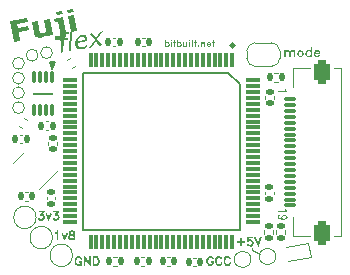
<source format=gbr>
%TF.GenerationSoftware,KiCad,Pcbnew,8.99.0-417-ga763d613e5*%
%TF.CreationDate,2024-04-11T17:26:30-04:00*%
%TF.ProjectId,fujiflex,66756a69-666c-4657-982e-6b696361645f,rev?*%
%TF.SameCoordinates,Original*%
%TF.FileFunction,Legend,Top*%
%TF.FilePolarity,Positive*%
%FSLAX46Y46*%
G04 Gerber Fmt 4.6, Leading zero omitted, Abs format (unit mm)*
G04 Created by KiCad (PCBNEW 8.99.0-417-ga763d613e5) date 2024-04-11 17:26:30*
%MOMM*%
%LPD*%
G01*
G04 APERTURE LIST*
G04 Aperture macros list*
%AMRoundRect*
0 Rectangle with rounded corners*
0 $1 Rounding radius*
0 $2 $3 $4 $5 $6 $7 $8 $9 X,Y pos of 4 corners*
0 Add a 4 corners polygon primitive as box body*
4,1,4,$2,$3,$4,$5,$6,$7,$8,$9,$2,$3,0*
0 Add four circle primitives for the rounded corners*
1,1,$1+$1,$2,$3*
1,1,$1+$1,$4,$5*
1,1,$1+$1,$6,$7*
1,1,$1+$1,$8,$9*
0 Add four rect primitives between the rounded corners*
20,1,$1+$1,$2,$3,$4,$5,0*
20,1,$1+$1,$4,$5,$6,$7,0*
20,1,$1+$1,$6,$7,$8,$9,0*
20,1,$1+$1,$8,$9,$2,$3,0*%
%AMFreePoly0*
4,1,19,0.500000,-0.750000,0.000000,-0.750000,0.000000,-0.744911,-0.071157,-0.744911,-0.207708,-0.704816,-0.327430,-0.627875,-0.420627,-0.520320,-0.479746,-0.390866,-0.500000,-0.250000,-0.500000,0.250000,-0.479746,0.390866,-0.420627,0.520320,-0.327430,0.627875,-0.207708,0.704816,-0.071157,0.744911,0.000000,0.744911,0.000000,0.750000,0.500000,0.750000,0.500000,-0.750000,0.500000,-0.750000,
$1*%
%AMFreePoly1*
4,1,19,0.000000,0.744911,0.071157,0.744911,0.207708,0.704816,0.327430,0.627875,0.420627,0.520320,0.479746,0.390866,0.500000,0.250000,0.500000,-0.250000,0.479746,-0.390866,0.420627,-0.520320,0.327430,-0.627875,0.207708,-0.704816,0.071157,-0.744911,0.000000,-0.744911,0.000000,-0.750000,-0.500000,-0.750000,-0.500000,0.750000,0.000000,0.750000,0.000000,0.744911,0.000000,0.744911,
$1*%
G04 Aperture macros list end*
%ADD10C,0.150000*%
%ADD11C,0.273607*%
%ADD12C,0.120000*%
%ADD13C,0.125000*%
%ADD14C,0.200000*%
%ADD15C,0.350000*%
%ADD16C,0.100000*%
%ADD17C,0.259000*%
%ADD18C,0.010000*%
%ADD19C,0.750000*%
%ADD20RoundRect,0.140000X0.140000X0.170000X-0.140000X0.170000X-0.140000X-0.170000X0.140000X-0.170000X0*%
%ADD21RoundRect,0.120000X-0.030000X-0.617500X0.030000X-0.617500X0.030000X0.617500X-0.030000X0.617500X0*%
%ADD22RoundRect,0.120000X-0.617500X0.030000X-0.617500X-0.030000X0.617500X-0.030000X0.617500X0.030000X0*%
%ADD23RoundRect,0.150000X-0.112992X-0.223009X0.182451X-0.170914X0.112992X0.223009X-0.182451X0.170914X0*%
%ADD24RoundRect,0.140000X0.170000X-0.140000X0.170000X0.140000X-0.170000X0.140000X-0.170000X-0.140000X0*%
%ADD25RoundRect,0.135000X0.135000X0.185000X-0.135000X0.185000X-0.135000X-0.185000X0.135000X-0.185000X0*%
%ADD26RoundRect,0.135000X0.024413X0.227715X-0.209413X0.092715X-0.024413X-0.227715X0.209413X-0.092715X0*%
%ADD27RoundRect,0.150000X0.309359X0.521491X-0.521491X-0.309359X-0.309359X-0.521491X0.521491X0.309359X0*%
%ADD28RoundRect,0.140000X-0.140000X-0.170000X0.140000X-0.170000X0.140000X0.170000X-0.140000X0.170000X0*%
%ADD29C,1.000000*%
%ADD30RoundRect,0.140000X-0.170000X0.140000X-0.170000X-0.140000X0.170000X-0.140000X0.170000X0.140000X0*%
%ADD31RoundRect,0.090000X-0.060000X-0.385000X0.060000X-0.385000X0.060000X0.385000X-0.060000X0.385000X0*%
%ADD32RoundRect,0.075000X-0.750000X0.050000X-0.750000X-0.050000X0.750000X-0.050000X0.750000X0.050000X0*%
%ADD33FreePoly0,0.000000*%
%ADD34FreePoly1,0.000000*%
%ADD35C,1.500000*%
%ADD36RoundRect,0.135000X0.185000X-0.135000X0.185000X0.135000X-0.185000X0.135000X-0.185000X-0.135000X0*%
%ADD37RoundRect,0.135000X-0.209413X-0.092715X0.024413X-0.227715X0.209413X0.092715X-0.024413X0.227715X0*%
%ADD38RoundRect,0.075000X0.425000X-0.075000X0.425000X0.075000X-0.425000X0.075000X-0.425000X-0.075000X0*%
%ADD39RoundRect,0.325000X0.325000X0.675000X-0.325000X0.675000X-0.325000X-0.675000X0.325000X-0.675000X0*%
%ADD40RoundRect,0.135000X-0.135000X-0.185000X0.135000X-0.185000X0.135000X0.185000X-0.135000X0.185000X0*%
G04 APERTURE END LIST*
D10*
X134820000Y-94838700D02*
X134620000Y-94238700D01*
X134820000Y-94638700D02*
X134920000Y-94338700D01*
X135020000Y-94238700D02*
X134820000Y-94838700D01*
D11*
X150202041Y-92800771D02*
G75*
G02*
X149928435Y-92800771I-136803J0D01*
G01*
X149928435Y-92800771D02*
G75*
G02*
X150202041Y-92800771I136803J0D01*
G01*
D10*
X134620000Y-94238700D02*
X135020000Y-94238700D01*
D12*
X151744896Y-110161173D02*
X151744896Y-109961681D01*
D10*
X134720000Y-94338700D02*
X134820000Y-94638700D01*
X134920000Y-94338700D02*
X134720000Y-94338700D01*
D12*
X152375110Y-110451343D02*
X151744896Y-110161173D01*
D13*
G36*
X144416946Y-92330708D02*
G01*
X144425666Y-92336521D01*
X144431650Y-92345240D01*
X144433702Y-92355840D01*
X144433702Y-92539462D01*
X144445498Y-92530401D01*
X144496789Y-92503900D01*
X144508586Y-92503900D01*
X144585352Y-92503900D01*
X144597149Y-92506978D01*
X144655279Y-92537924D01*
X144706399Y-92589898D01*
X144713408Y-92600840D01*
X144738883Y-92678803D01*
X144739909Y-92739839D01*
X144713408Y-92825666D01*
X144706399Y-92836779D01*
X144655279Y-92888754D01*
X144597149Y-92919700D01*
X144585352Y-92919700D01*
X144508586Y-92919700D01*
X144496789Y-92916964D01*
X144445498Y-92892515D01*
X144433702Y-92884138D01*
X144431650Y-92904825D01*
X144425837Y-92913716D01*
X144416946Y-92919700D01*
X144381385Y-92921751D01*
X144370614Y-92919700D01*
X144361723Y-92913716D01*
X144355910Y-92904825D01*
X144353859Y-92894054D01*
X144353859Y-92800875D01*
X144433702Y-92800875D01*
X144515425Y-92843105D01*
X144578513Y-92843105D01*
X144619888Y-92821563D01*
X144637498Y-92802927D01*
X144659211Y-92734026D01*
X144659211Y-92689574D01*
X144637498Y-92620673D01*
X144619888Y-92602037D01*
X144578513Y-92580495D01*
X144515425Y-92580495D01*
X144433702Y-92622725D01*
X144433702Y-92800875D01*
X144353859Y-92800875D01*
X144353859Y-92356524D01*
X144355910Y-92345582D01*
X144361894Y-92336692D01*
X144370614Y-92330879D01*
X144381556Y-92328827D01*
X144416946Y-92330708D01*
G37*
G36*
X144877711Y-92330879D02*
G01*
X144914127Y-92328827D01*
X144924898Y-92330879D01*
X144959434Y-92362337D01*
X144965247Y-92371228D01*
X144967299Y-92407644D01*
X144965247Y-92418415D01*
X144959434Y-92427306D01*
X144924898Y-92458764D01*
X144888482Y-92460816D01*
X144877711Y-92458764D01*
X144843175Y-92427306D01*
X144837362Y-92418415D01*
X144835310Y-92381999D01*
X144837362Y-92371228D01*
X144843175Y-92362337D01*
X144877711Y-92330879D01*
G37*
G36*
X144863007Y-92521681D02*
G01*
X144868820Y-92512791D01*
X144877711Y-92505952D01*
X144914127Y-92503900D01*
X144924898Y-92505952D01*
X144933789Y-92512791D01*
X144939602Y-92521681D01*
X144941653Y-92531769D01*
X144941653Y-92891831D01*
X144939602Y-92902773D01*
X144933789Y-92911835D01*
X144924898Y-92917648D01*
X144914127Y-92919700D01*
X144877711Y-92917648D01*
X144868820Y-92911835D01*
X144863007Y-92902773D01*
X144860956Y-92891831D01*
X144860956Y-92531769D01*
X144863007Y-92521681D01*
G37*
G36*
X145041500Y-92519630D02*
G01*
X145047313Y-92510739D01*
X145057229Y-92503900D01*
X145116385Y-92502020D01*
X145116385Y-92355669D01*
X145118436Y-92345069D01*
X145124249Y-92336521D01*
X145133140Y-92330708D01*
X145143911Y-92328827D01*
X145169556Y-92328827D01*
X145180327Y-92328827D01*
X145189218Y-92334640D01*
X145195031Y-92343531D01*
X145197083Y-92354302D01*
X145197083Y-92503900D01*
X145246322Y-92503900D01*
X145256067Y-92503900D01*
X145264958Y-92510739D01*
X145270942Y-92519630D01*
X145273848Y-92529375D01*
X145273848Y-92555021D01*
X145270942Y-92565792D01*
X145264958Y-92574682D01*
X145256067Y-92580495D01*
X145197083Y-92582547D01*
X145197083Y-92891660D01*
X145195031Y-92902773D01*
X145189218Y-92911664D01*
X145180327Y-92917648D01*
X145143911Y-92919700D01*
X145133140Y-92917648D01*
X145124249Y-92911664D01*
X145118436Y-92902773D01*
X145116385Y-92891660D01*
X145116385Y-92582547D01*
X145067145Y-92582547D01*
X145057229Y-92580495D01*
X145047313Y-92574682D01*
X145041500Y-92565792D01*
X145039448Y-92555021D01*
X145039448Y-92529375D01*
X145041500Y-92519630D01*
G37*
G36*
X145432508Y-92330708D02*
G01*
X145441228Y-92336521D01*
X145447212Y-92345240D01*
X145449263Y-92355840D01*
X145449263Y-92539462D01*
X145461060Y-92530401D01*
X145512351Y-92503900D01*
X145524148Y-92503900D01*
X145600914Y-92503900D01*
X145612711Y-92506978D01*
X145670840Y-92537924D01*
X145721960Y-92589898D01*
X145728970Y-92600840D01*
X145754445Y-92678803D01*
X145755471Y-92739839D01*
X145728970Y-92825666D01*
X145721960Y-92836779D01*
X145670840Y-92888754D01*
X145612711Y-92919700D01*
X145600914Y-92919700D01*
X145524148Y-92919700D01*
X145512351Y-92916964D01*
X145461060Y-92892515D01*
X145449263Y-92884138D01*
X145447212Y-92904825D01*
X145441399Y-92913716D01*
X145432508Y-92919700D01*
X145396946Y-92921751D01*
X145386175Y-92919700D01*
X145377285Y-92913716D01*
X145371472Y-92904825D01*
X145369420Y-92894054D01*
X145369420Y-92800875D01*
X145449263Y-92800875D01*
X145530987Y-92843105D01*
X145594075Y-92843105D01*
X145635450Y-92821563D01*
X145653060Y-92802927D01*
X145674773Y-92734026D01*
X145674773Y-92689574D01*
X145653060Y-92620673D01*
X145635450Y-92602037D01*
X145594075Y-92580495D01*
X145530987Y-92580495D01*
X145449263Y-92622725D01*
X145449263Y-92800875D01*
X145369420Y-92800875D01*
X145369420Y-92356524D01*
X145371472Y-92345582D01*
X145377456Y-92336692D01*
X145386175Y-92330879D01*
X145397117Y-92328827D01*
X145432508Y-92330708D01*
G37*
G36*
X145877543Y-92521681D02*
G01*
X145883527Y-92512791D01*
X145892247Y-92505952D01*
X145903189Y-92503900D01*
X145938579Y-92505952D01*
X145947299Y-92512962D01*
X145953283Y-92522023D01*
X145955334Y-92532111D01*
X145955334Y-92786685D01*
X145973970Y-92823956D01*
X146011413Y-92843105D01*
X146048855Y-92843105D01*
X146093136Y-92820879D01*
X146156224Y-92777281D01*
X146156224Y-92530230D01*
X146158105Y-92520143D01*
X146164089Y-92510910D01*
X146172808Y-92503900D01*
X146183750Y-92503900D01*
X146208370Y-92503900D01*
X146219312Y-92505952D01*
X146228032Y-92512791D01*
X146234016Y-92521852D01*
X146235896Y-92531769D01*
X146235896Y-92893712D01*
X146233845Y-92904825D01*
X146228032Y-92913716D01*
X146219141Y-92919700D01*
X146208370Y-92919700D01*
X146183750Y-92919700D01*
X146172979Y-92917819D01*
X146164089Y-92912177D01*
X146158276Y-92903799D01*
X146156224Y-92893541D01*
X146156224Y-92859860D01*
X146118782Y-92894225D01*
X146068517Y-92919700D01*
X146055694Y-92919700D01*
X145978928Y-92919700D01*
X145967131Y-92916793D01*
X145906950Y-92883967D01*
X145902163Y-92875076D01*
X145875491Y-92788736D01*
X145875491Y-92531769D01*
X145877543Y-92521681D01*
G37*
G36*
X146399344Y-92330879D02*
G01*
X146435760Y-92328827D01*
X146446531Y-92330879D01*
X146481067Y-92362337D01*
X146486880Y-92371228D01*
X146488932Y-92407644D01*
X146486880Y-92418415D01*
X146481067Y-92427306D01*
X146446531Y-92458764D01*
X146410115Y-92460816D01*
X146399344Y-92458764D01*
X146364808Y-92427306D01*
X146358995Y-92418415D01*
X146356943Y-92381999D01*
X146358995Y-92371228D01*
X146364808Y-92362337D01*
X146399344Y-92330879D01*
G37*
G36*
X146384640Y-92521681D02*
G01*
X146390453Y-92512791D01*
X146399344Y-92505952D01*
X146435760Y-92503900D01*
X146446531Y-92505952D01*
X146455422Y-92512791D01*
X146461235Y-92521681D01*
X146463286Y-92531769D01*
X146463286Y-92891831D01*
X146461235Y-92902773D01*
X146455422Y-92911835D01*
X146446531Y-92917648D01*
X146435760Y-92919700D01*
X146399344Y-92917648D01*
X146390453Y-92911835D01*
X146384640Y-92902773D01*
X146382588Y-92891831D01*
X146382588Y-92531769D01*
X146384640Y-92521681D01*
G37*
G36*
X146614424Y-92345582D02*
G01*
X146620237Y-92336692D01*
X146629127Y-92330879D01*
X146665544Y-92328827D01*
X146676315Y-92330879D01*
X146685205Y-92336692D01*
X146691018Y-92345582D01*
X146693070Y-92356353D01*
X146693070Y-92892173D01*
X146691018Y-92902944D01*
X146685205Y-92911835D01*
X146676315Y-92917648D01*
X146665544Y-92919700D01*
X146629127Y-92917648D01*
X146620237Y-92911835D01*
X146614424Y-92902944D01*
X146612372Y-92892173D01*
X146612372Y-92356353D01*
X146614424Y-92345582D01*
G37*
G36*
X146792916Y-92519630D02*
G01*
X146798729Y-92510739D01*
X146808646Y-92503900D01*
X146867801Y-92502020D01*
X146867801Y-92355669D01*
X146869853Y-92345069D01*
X146875666Y-92336521D01*
X146884556Y-92330708D01*
X146895327Y-92328827D01*
X146920973Y-92328827D01*
X146931744Y-92328827D01*
X146940635Y-92334640D01*
X146946448Y-92343531D01*
X146948499Y-92354302D01*
X146948499Y-92503900D01*
X146997739Y-92503900D01*
X147007484Y-92503900D01*
X147016374Y-92510739D01*
X147022358Y-92519630D01*
X147025265Y-92529375D01*
X147025265Y-92555021D01*
X147022358Y-92565792D01*
X147016374Y-92574682D01*
X147007484Y-92580495D01*
X146948499Y-92582547D01*
X146948499Y-92891660D01*
X146946448Y-92902773D01*
X146940635Y-92911664D01*
X146931744Y-92917648D01*
X146895327Y-92919700D01*
X146884556Y-92917648D01*
X146875666Y-92911664D01*
X146869853Y-92902773D01*
X146867801Y-92891660D01*
X146867801Y-92582547D01*
X146818562Y-92582547D01*
X146808646Y-92580495D01*
X146798729Y-92574682D01*
X146792916Y-92565792D01*
X146790865Y-92555021D01*
X146790865Y-92529375D01*
X146792916Y-92519630D01*
G37*
G36*
X147164092Y-92788395D02*
G01*
X147200509Y-92788395D01*
X147211451Y-92790446D01*
X147245816Y-92822247D01*
X147251800Y-92831137D01*
X147253852Y-92868067D01*
X147251800Y-92879009D01*
X147245816Y-92887899D01*
X147211451Y-92919700D01*
X147175034Y-92921751D01*
X147164092Y-92919700D01*
X147155202Y-92913716D01*
X147123743Y-92878325D01*
X147121863Y-92840882D01*
X147123743Y-92829769D01*
X147129727Y-92820708D01*
X147164092Y-92788395D01*
G37*
G36*
X147402595Y-92519801D02*
G01*
X147408579Y-92510910D01*
X147417299Y-92503900D01*
X147452690Y-92502020D01*
X147463632Y-92503900D01*
X147472351Y-92510739D01*
X147478335Y-92519288D01*
X147480387Y-92563740D01*
X147517829Y-92529375D01*
X147567923Y-92503900D01*
X147580746Y-92503900D01*
X147657512Y-92503900D01*
X147669480Y-92506807D01*
X147729490Y-92539633D01*
X147734448Y-92548524D01*
X147760949Y-92634863D01*
X147760949Y-92891831D01*
X147758897Y-92902773D01*
X147753084Y-92911835D01*
X147744193Y-92917648D01*
X147733422Y-92919700D01*
X147708803Y-92919700D01*
X147698032Y-92919700D01*
X147689141Y-92913545D01*
X147683328Y-92904483D01*
X147681277Y-92893370D01*
X147681277Y-92638283D01*
X147662641Y-92599815D01*
X147625198Y-92580495D01*
X147587756Y-92580495D01*
X147543475Y-92603063D01*
X147480387Y-92647344D01*
X147480387Y-92898157D01*
X147478335Y-92909441D01*
X147470471Y-92919700D01*
X147452861Y-92919700D01*
X147428070Y-92919700D01*
X147417299Y-92917648D01*
X147408408Y-92911664D01*
X147402595Y-92902773D01*
X147400544Y-92891831D01*
X147400544Y-92529888D01*
X147402595Y-92519801D01*
G37*
G36*
X148125286Y-92506978D02*
G01*
X148176406Y-92533307D01*
X148214874Y-92572630D01*
X148239494Y-92624263D01*
X148242400Y-92637428D01*
X148242400Y-92716245D01*
X148240519Y-92726503D01*
X148234535Y-92735565D01*
X148225645Y-92742575D01*
X148214874Y-92744626D01*
X147964745Y-92744626D01*
X147984406Y-92804295D01*
X148002187Y-92822247D01*
X148043562Y-92843105D01*
X148106479Y-92843105D01*
X148143921Y-92824298D01*
X148164609Y-92782069D01*
X148180338Y-92768220D01*
X148201025Y-92769246D01*
X148234535Y-92799679D01*
X148240519Y-92809595D01*
X148242400Y-92819340D01*
X148240519Y-92830282D01*
X148234535Y-92839173D01*
X148183415Y-92889609D01*
X148125286Y-92919700D01*
X148113489Y-92919700D01*
X148036552Y-92919700D01*
X148024755Y-92916622D01*
X147973635Y-92890635D01*
X147915505Y-92833702D01*
X147908667Y-92822760D01*
X147883021Y-92744797D01*
X147883021Y-92675896D01*
X147885608Y-92668032D01*
X147972609Y-92668032D01*
X148162728Y-92668032D01*
X148162728Y-92647857D01*
X148143921Y-92602892D01*
X148106479Y-92580495D01*
X148043562Y-92580495D01*
X148002187Y-92605286D01*
X147984406Y-92626657D01*
X147972609Y-92668032D01*
X147885608Y-92668032D01*
X147908667Y-92597934D01*
X147915505Y-92586821D01*
X147965771Y-92534846D01*
X148024755Y-92503900D01*
X148036552Y-92503900D01*
X148113489Y-92503900D01*
X148125286Y-92506978D01*
G37*
G36*
X148314549Y-92519630D02*
G01*
X148320362Y-92510739D01*
X148330279Y-92503900D01*
X148389434Y-92502020D01*
X148389434Y-92355669D01*
X148391486Y-92345069D01*
X148397299Y-92336521D01*
X148406189Y-92330708D01*
X148416960Y-92328827D01*
X148442606Y-92328827D01*
X148453377Y-92328827D01*
X148462267Y-92334640D01*
X148468080Y-92343531D01*
X148470132Y-92354302D01*
X148470132Y-92503900D01*
X148519371Y-92503900D01*
X148529117Y-92503900D01*
X148538007Y-92510739D01*
X148543991Y-92519630D01*
X148546898Y-92529375D01*
X148546898Y-92555021D01*
X148543991Y-92565792D01*
X148538007Y-92574682D01*
X148529117Y-92580495D01*
X148470132Y-92582547D01*
X148470132Y-92891660D01*
X148468080Y-92902773D01*
X148462267Y-92911664D01*
X148453377Y-92917648D01*
X148416960Y-92919700D01*
X148406189Y-92917648D01*
X148397299Y-92911664D01*
X148391486Y-92902773D01*
X148389434Y-92891660D01*
X148389434Y-92582547D01*
X148340195Y-92582547D01*
X148330279Y-92580495D01*
X148320362Y-92574682D01*
X148314549Y-92565792D01*
X148312498Y-92555021D01*
X148312498Y-92529375D01*
X148314549Y-92519630D01*
G37*
D14*
G36*
X148215429Y-111068630D02*
G01*
X148227885Y-111048358D01*
X148247669Y-111035413D01*
X148270139Y-111031016D01*
X148443307Y-111031016D01*
X148465778Y-111035413D01*
X148484096Y-111048358D01*
X148496796Y-111068874D01*
X148502414Y-111092077D01*
X148502414Y-111234471D01*
X148495331Y-111262314D01*
X148450146Y-111349509D01*
X148365882Y-111432307D01*
X148295540Y-111468700D01*
X148270139Y-111468700D01*
X148130921Y-111468700D01*
X148105519Y-111463082D01*
X148021256Y-111416187D01*
X147950669Y-111346822D01*
X147905729Y-111261826D01*
X147864940Y-111130179D01*
X147864940Y-110957499D01*
X147903042Y-110834157D01*
X147950669Y-110740612D01*
X148036643Y-110660011D01*
X148105519Y-110624596D01*
X148130921Y-110624596D01*
X148270139Y-110624596D01*
X148295540Y-110630214D01*
X148365882Y-110666118D01*
X148450146Y-110747939D01*
X148495331Y-110832935D01*
X148500949Y-110855406D01*
X148496796Y-110882272D01*
X148484096Y-110901812D01*
X148468464Y-110911826D01*
X148447459Y-110918665D01*
X148408136Y-110918665D01*
X148386887Y-110914512D01*
X148368569Y-110903277D01*
X148354647Y-110886425D01*
X148325094Y-110825852D01*
X148303845Y-110804847D01*
X148256217Y-110780912D01*
X148145087Y-110780912D01*
X148097215Y-110804603D01*
X148075966Y-110825364D01*
X148047878Y-110881051D01*
X148018325Y-110970200D01*
X148018325Y-111123096D01*
X148047878Y-111212245D01*
X148075966Y-111267932D01*
X148097215Y-111288693D01*
X148145087Y-111312384D01*
X148256217Y-111312384D01*
X148303845Y-111288204D01*
X148325094Y-111266955D01*
X148349030Y-111218595D01*
X148349030Y-111187332D01*
X148270139Y-111187332D01*
X148247669Y-111182935D01*
X148227885Y-111169990D01*
X148215429Y-111151184D01*
X148211032Y-111091833D01*
X148215429Y-111068630D01*
G37*
G36*
X149173105Y-111346578D02*
G01*
X149104228Y-111419607D01*
X149018499Y-111468700D01*
X148993098Y-111468700D01*
X148853879Y-111468700D01*
X148828478Y-111463082D01*
X148744214Y-111416187D01*
X148673872Y-111346822D01*
X148628688Y-111261826D01*
X148590830Y-111149963D01*
X148587899Y-110957499D01*
X148626001Y-110834157D01*
X148663859Y-110756243D01*
X148744214Y-110671247D01*
X148828478Y-110624596D01*
X148853879Y-110624596D01*
X148993098Y-110624596D01*
X149018499Y-110630214D01*
X149104228Y-110677597D01*
X149173105Y-110747939D01*
X149218290Y-110832935D01*
X149223907Y-110855406D01*
X149219755Y-110882272D01*
X149207055Y-110901812D01*
X149191423Y-110911826D01*
X149170418Y-110918665D01*
X149131095Y-110918665D01*
X149109846Y-110914512D01*
X149091528Y-110903277D01*
X149077606Y-110886425D01*
X149048053Y-110825852D01*
X149026803Y-110804847D01*
X148979176Y-110780912D01*
X148868046Y-110780912D01*
X148825792Y-110801672D01*
X148769371Y-110883982D01*
X148741284Y-110970200D01*
X148741284Y-111123096D01*
X148769371Y-111209314D01*
X148825792Y-111291623D01*
X148868046Y-111312384D01*
X148979176Y-111312384D01*
X149026803Y-111288448D01*
X149048053Y-111267443D01*
X149077606Y-111206871D01*
X149091528Y-111190018D01*
X149109846Y-111178783D01*
X149131095Y-111174631D01*
X149170418Y-111174631D01*
X149188736Y-111178783D01*
X149207055Y-111191484D01*
X149220976Y-111215420D01*
X149223907Y-111237890D01*
X149219755Y-111257674D01*
X149173105Y-111346578D01*
G37*
G36*
X149895087Y-111346578D02*
G01*
X149826210Y-111419607D01*
X149740481Y-111468700D01*
X149715080Y-111468700D01*
X149575861Y-111468700D01*
X149550460Y-111463082D01*
X149466196Y-111416187D01*
X149395854Y-111346822D01*
X149350669Y-111261826D01*
X149312812Y-111149963D01*
X149309881Y-110957499D01*
X149347983Y-110834157D01*
X149385840Y-110756243D01*
X149466196Y-110671247D01*
X149550460Y-110624596D01*
X149575861Y-110624596D01*
X149715080Y-110624596D01*
X149740481Y-110630214D01*
X149826210Y-110677597D01*
X149895087Y-110747939D01*
X149940272Y-110832935D01*
X149945889Y-110855406D01*
X149941737Y-110882272D01*
X149929036Y-110901812D01*
X149913405Y-110911826D01*
X149892400Y-110918665D01*
X149853077Y-110918665D01*
X149831828Y-110914512D01*
X149813510Y-110903277D01*
X149799588Y-110886425D01*
X149770034Y-110825852D01*
X149748785Y-110804847D01*
X149701158Y-110780912D01*
X149590027Y-110780912D01*
X149547773Y-110801672D01*
X149491353Y-110883982D01*
X149463265Y-110970200D01*
X149463265Y-111123096D01*
X149491353Y-111209314D01*
X149547773Y-111291623D01*
X149590027Y-111312384D01*
X149701158Y-111312384D01*
X149748785Y-111288448D01*
X149770034Y-111267443D01*
X149799588Y-111206871D01*
X149813510Y-111190018D01*
X149831828Y-111178783D01*
X149853077Y-111174631D01*
X149892400Y-111174631D01*
X149910718Y-111178783D01*
X149929036Y-111191484D01*
X149942958Y-111215420D01*
X149945889Y-111237890D01*
X149941737Y-111257674D01*
X149895087Y-111346578D01*
G37*
D10*
G36*
X154560935Y-106674804D02*
G01*
X154576566Y-106682131D01*
X154617355Y-106740200D01*
X154731172Y-106827944D01*
X154734103Y-106839485D01*
X154731172Y-106851025D01*
X154722868Y-106860551D01*
X154710167Y-106866779D01*
X154694780Y-106868977D01*
X153929323Y-106868977D01*
X153913935Y-106866779D01*
X153901235Y-106860551D01*
X153892930Y-106851025D01*
X153890000Y-106812007D01*
X153892930Y-106800467D01*
X153901235Y-106790941D01*
X153913935Y-106784713D01*
X153929323Y-106782515D01*
X154527229Y-106782515D01*
X154513307Y-106770791D01*
X154473740Y-106704296D01*
X154475205Y-106692756D01*
X154483754Y-106682131D01*
X154496454Y-106675903D01*
X154511842Y-106672789D01*
X154560935Y-106674804D01*
G37*
G36*
X154597327Y-107164450D02*
G01*
X154612958Y-107171777D01*
X154686231Y-107226548D01*
X154696001Y-107238272D01*
X154732637Y-107319422D01*
X154734103Y-107356425D01*
X154696001Y-107448199D01*
X154686231Y-107459739D01*
X154612958Y-107513595D01*
X154594640Y-107522021D01*
X154439546Y-107549499D01*
X154256364Y-107549499D01*
X154066099Y-107522021D01*
X154052177Y-107517808D01*
X153933719Y-107456625D01*
X153890000Y-107365950D01*
X153888534Y-107301470D01*
X153925170Y-107210795D01*
X153933230Y-107200170D01*
X154015052Y-107166465D01*
X154030439Y-107163351D01*
X154045826Y-107164450D01*
X154059993Y-107170678D01*
X154068541Y-107180203D01*
X154072693Y-107192843D01*
X154069762Y-107230762D01*
X154050223Y-107246698D01*
X154021891Y-107257140D01*
X153999420Y-107306782D01*
X153999420Y-107351112D01*
X154025310Y-107408082D01*
X154087103Y-107437574D01*
X154228276Y-107458823D01*
X154219972Y-107448199D01*
X154183335Y-107365950D01*
X154183335Y-107351112D01*
X154296664Y-107351112D01*
X154317669Y-107397457D01*
X154344291Y-107428232D01*
X154383859Y-107448199D01*
X154441500Y-107461937D01*
X154539930Y-107443986D01*
X154570949Y-107428232D01*
X154597571Y-107397457D01*
X154618820Y-107351112D01*
X154618820Y-107334260D01*
X154597571Y-107287731D01*
X154570949Y-107257140D01*
X154531625Y-107237173D01*
X154469588Y-107222335D01*
X154445652Y-107222335D01*
X154383859Y-107237173D01*
X154344291Y-107257140D01*
X154317669Y-107287731D01*
X154296664Y-107334260D01*
X154296664Y-107351112D01*
X154183335Y-107351112D01*
X154183335Y-107319422D01*
X154219972Y-107238272D01*
X154228276Y-107226548D01*
X154301549Y-107171777D01*
X154316936Y-107164450D01*
X154426845Y-107136972D01*
X154487418Y-107136972D01*
X154597327Y-107164450D01*
G37*
D15*
G36*
X132768278Y-90824919D02*
G01*
X131841748Y-90988291D01*
X131898750Y-91311567D01*
X132757931Y-91160070D01*
X132819683Y-91510285D01*
X131960502Y-91661782D01*
X132088757Y-92389151D01*
X131571613Y-92480338D01*
X131262851Y-90729263D01*
X132706526Y-90474704D01*
X132768278Y-90824919D01*
G37*
G36*
X134851992Y-91901919D02*
G01*
X134365154Y-91987761D01*
X134342146Y-91857272D01*
X134269086Y-91924068D01*
X134192080Y-91986768D01*
X134118594Y-92038181D01*
X134025679Y-92086037D01*
X133924652Y-92118662D01*
X133858954Y-92132572D01*
X133753332Y-92144924D01*
X133643525Y-92141758D01*
X133545348Y-92120157D01*
X133458801Y-92080120D01*
X133448801Y-92073820D01*
X133376869Y-92012937D01*
X133319222Y-91933911D01*
X133280500Y-91849879D01*
X133256016Y-91766796D01*
X133246786Y-91721428D01*
X133093296Y-90850941D01*
X133583020Y-90764590D01*
X133699548Y-91425452D01*
X133716475Y-91512181D01*
X133736378Y-91592131D01*
X133772239Y-91672677D01*
X133790535Y-91696729D01*
X133869531Y-91744651D01*
X133879749Y-91746969D01*
X133979088Y-91748638D01*
X134028593Y-91741557D01*
X134123362Y-91714084D01*
X134163096Y-91697007D01*
X134250093Y-91647997D01*
X134298874Y-91611869D01*
X134132395Y-90667720D01*
X134619233Y-90581878D01*
X134851992Y-91901919D01*
G37*
G36*
X135960963Y-91721133D02*
G01*
X135969679Y-91814847D01*
X135961599Y-91901885D01*
X135931800Y-91993184D01*
X135880065Y-92075764D01*
X135863703Y-92095046D01*
X135788497Y-92164513D01*
X135699180Y-92220408D01*
X135609452Y-92258185D01*
X135508919Y-92285572D01*
X135478211Y-92291489D01*
X135374228Y-92308033D01*
X135277254Y-92319760D01*
X135234861Y-92323547D01*
X135133917Y-92329695D01*
X135072325Y-92330072D01*
X135016213Y-92011848D01*
X135054217Y-92005147D01*
X135154728Y-92006463D01*
X135158581Y-92006275D01*
X135256685Y-91997223D01*
X135354072Y-91968018D01*
X135427955Y-91907139D01*
X135436161Y-91892662D01*
X135457419Y-91807465D01*
X135455974Y-91718432D01*
X135446738Y-91651652D01*
X135291096Y-90768959D01*
X135002457Y-90819854D01*
X134950205Y-90523518D01*
X135725681Y-90386781D01*
X135960963Y-91721133D01*
G37*
G36*
X135687680Y-90171264D02*
G01*
X135169573Y-90262620D01*
X135112571Y-89939345D01*
X135630677Y-89847989D01*
X135687680Y-90171264D01*
G37*
G36*
X136898440Y-91541074D02*
G01*
X136411122Y-91627002D01*
X136178363Y-90306961D01*
X136665681Y-90221033D01*
X136898440Y-91541074D01*
G37*
G36*
X136641150Y-90003141D02*
G01*
X136126892Y-90093819D01*
X136069889Y-89770544D01*
X136584147Y-89679866D01*
X136641150Y-90003141D01*
G37*
D10*
G36*
X154560935Y-96520172D02*
G01*
X154576566Y-96529942D01*
X154617355Y-96607367D01*
X154731172Y-96724359D01*
X154734103Y-96739746D01*
X154731172Y-96755134D01*
X154722868Y-96767834D01*
X154710167Y-96776138D01*
X154694780Y-96779069D01*
X153929323Y-96779069D01*
X153913935Y-96776138D01*
X153901235Y-96767834D01*
X153892930Y-96755134D01*
X153890000Y-96703110D01*
X153892930Y-96687723D01*
X153901235Y-96675022D01*
X153913935Y-96666718D01*
X153929323Y-96663787D01*
X154527229Y-96663787D01*
X154513307Y-96648155D01*
X154473740Y-96559495D01*
X154475205Y-96544108D01*
X154483754Y-96529942D01*
X154496454Y-96521637D01*
X154511842Y-96517485D01*
X154560935Y-96520172D01*
G37*
D14*
G36*
X133754888Y-107440251D02*
G01*
X133777359Y-107455638D01*
X133830848Y-107472491D01*
X133915356Y-107472491D01*
X133967380Y-107455883D01*
X133999620Y-107434878D01*
X134020869Y-107402882D01*
X134037722Y-107351347D01*
X134037722Y-107336204D01*
X134020869Y-107283203D01*
X133999620Y-107252673D01*
X133967380Y-107231912D01*
X133915356Y-107213594D01*
X133805447Y-107212372D01*
X133784442Y-107201137D01*
X133769054Y-107184529D01*
X133761971Y-107155220D01*
X133766123Y-107132994D01*
X133774672Y-107119072D01*
X133915356Y-106941019D01*
X133716786Y-106941019D01*
X133694316Y-106935157D01*
X133674777Y-106921968D01*
X133662076Y-106902673D01*
X133657924Y-106878981D01*
X133662076Y-106818653D01*
X133674777Y-106797892D01*
X133694316Y-106784703D01*
X133716786Y-106784703D01*
X134096828Y-106784703D01*
X134119299Y-106788855D01*
X134137617Y-106800091D01*
X134150317Y-106818409D01*
X134155935Y-106839658D01*
X134154470Y-106860663D01*
X134144700Y-106880446D01*
X133988384Y-107080237D01*
X134047491Y-107098555D01*
X134070206Y-107112477D01*
X134139082Y-107182819D01*
X134153004Y-107205534D01*
X134188175Y-107309581D01*
X134191106Y-107363070D01*
X134153004Y-107485436D01*
X134139082Y-107507906D01*
X134070206Y-107576783D01*
X134047491Y-107590949D01*
X133925126Y-107628807D01*
X133802760Y-107625876D01*
X133698712Y-107589972D01*
X133674777Y-107575806D01*
X133629592Y-107525492D01*
X133594421Y-107454173D01*
X133588803Y-107431703D01*
X133593200Y-107407767D01*
X133604435Y-107388227D01*
X133623974Y-107374061D01*
X133647910Y-107369909D01*
X133701399Y-107372596D01*
X133721183Y-107383831D01*
X133729487Y-107395066D01*
X133754888Y-107440251D01*
G37*
G36*
X134246793Y-107056301D02*
G01*
X134259250Y-107037739D01*
X134277568Y-107023328D01*
X134335209Y-107019176D01*
X134357924Y-107023573D01*
X134377463Y-107036273D01*
X134390164Y-107056301D01*
X134508378Y-107344019D01*
X134626591Y-107052393D01*
X134639292Y-107032121D01*
X134658831Y-107019176D01*
X134716472Y-107015024D01*
X134739187Y-107019176D01*
X134757261Y-107033587D01*
X134769962Y-107052149D01*
X134774358Y-107076573D01*
X134769962Y-107099532D01*
X134563332Y-107592903D01*
X134549166Y-107611710D01*
X134532313Y-107624410D01*
X134509843Y-107628807D01*
X134485907Y-107624654D01*
X134467589Y-107611710D01*
X134453423Y-107593147D01*
X134246793Y-107101730D01*
X134242397Y-107079016D01*
X134246793Y-107056301D01*
G37*
G36*
X134993688Y-107440251D02*
G01*
X135016158Y-107455638D01*
X135069648Y-107472491D01*
X135154156Y-107472491D01*
X135206179Y-107455883D01*
X135238419Y-107434878D01*
X135259669Y-107402882D01*
X135276521Y-107351347D01*
X135276521Y-107336204D01*
X135259669Y-107283203D01*
X135238419Y-107252673D01*
X135206179Y-107231912D01*
X135154156Y-107213594D01*
X135044246Y-107212372D01*
X135023241Y-107201137D01*
X135007854Y-107184529D01*
X135000771Y-107155220D01*
X135004923Y-107132994D01*
X135013472Y-107119072D01*
X135154156Y-106941019D01*
X134955586Y-106941019D01*
X134933116Y-106935157D01*
X134913576Y-106921968D01*
X134900876Y-106902673D01*
X134896724Y-106878981D01*
X134900876Y-106818653D01*
X134913576Y-106797892D01*
X134933116Y-106784703D01*
X134955586Y-106784703D01*
X135335628Y-106784703D01*
X135358098Y-106788855D01*
X135376417Y-106800091D01*
X135389117Y-106818409D01*
X135394735Y-106839658D01*
X135393269Y-106860663D01*
X135383500Y-106880446D01*
X135227184Y-107080237D01*
X135286291Y-107098555D01*
X135309006Y-107112477D01*
X135377882Y-107182819D01*
X135391804Y-107205534D01*
X135426975Y-107309581D01*
X135429906Y-107363070D01*
X135391804Y-107485436D01*
X135377882Y-107507906D01*
X135309006Y-107576783D01*
X135286291Y-107590949D01*
X135163925Y-107628807D01*
X135041560Y-107625876D01*
X134937512Y-107589972D01*
X134913576Y-107575806D01*
X134868391Y-107525492D01*
X134833220Y-107454173D01*
X134827603Y-107431703D01*
X134831999Y-107407767D01*
X134843234Y-107388227D01*
X134862774Y-107374061D01*
X134886710Y-107369909D01*
X134940199Y-107372596D01*
X134959983Y-107383831D01*
X134968287Y-107395066D01*
X134993688Y-107440251D01*
G37*
D10*
G36*
X136183543Y-91838910D02*
G01*
X136173441Y-91840691D01*
X136098945Y-91838765D01*
X136092773Y-91838919D01*
X136019003Y-91844389D01*
X136004124Y-91846738D01*
X135933296Y-91865657D01*
X135867299Y-91901986D01*
X135828130Y-91943617D01*
X135793621Y-92014872D01*
X135775527Y-92091910D01*
X135768761Y-92157578D01*
X135766612Y-92198135D01*
X136110813Y-92137443D01*
X136102874Y-92305506D01*
X135764806Y-92365116D01*
X135714643Y-93373941D01*
X135521616Y-93407976D01*
X135571779Y-92399152D01*
X135442974Y-92421864D01*
X135450913Y-92253801D01*
X135580079Y-92231025D01*
X135581337Y-92191742D01*
X135586925Y-92116056D01*
X135601949Y-92034553D01*
X135626133Y-91960372D01*
X135659475Y-91893512D01*
X135688899Y-91850238D01*
X135745293Y-91790165D01*
X135812840Y-91742448D01*
X135881094Y-91710831D01*
X135957886Y-91688675D01*
X135981396Y-91684082D01*
X136057163Y-91673193D01*
X136098293Y-91669794D01*
X136172082Y-91666967D01*
X136194158Y-91667027D01*
X136183543Y-91838910D01*
G37*
G36*
X136512491Y-91590436D02*
G01*
X136428302Y-93248103D01*
X136237440Y-93281757D01*
X136321989Y-91624026D01*
X136512491Y-91590436D01*
G37*
G36*
X137470261Y-91892440D02*
G01*
X137545878Y-91906310D01*
X137619941Y-91938307D01*
X137627451Y-91942934D01*
X137687314Y-91992785D01*
X137733089Y-92057539D01*
X137761952Y-92127609D01*
X137776296Y-92187888D01*
X137783327Y-92263816D01*
X137784241Y-92283583D01*
X137785161Y-92359868D01*
X137782797Y-92437852D01*
X136947549Y-92585129D01*
X136949069Y-92644384D01*
X136955832Y-92697506D01*
X136976023Y-92771630D01*
X137012664Y-92839819D01*
X137064258Y-92893092D01*
X137082652Y-92906166D01*
X137151889Y-92938098D01*
X137232564Y-92951665D01*
X137314952Y-92948173D01*
X137344474Y-92943703D01*
X137421207Y-92924986D01*
X137490682Y-92899017D01*
X137559889Y-92864522D01*
X137566795Y-92860604D01*
X137632146Y-92820555D01*
X137694974Y-92775580D01*
X137748312Y-92729641D01*
X137759497Y-92727669D01*
X137754204Y-92940280D01*
X137690603Y-92976695D01*
X137668414Y-92989632D01*
X137602610Y-93023696D01*
X137570570Y-93038134D01*
X137500125Y-93067180D01*
X137462794Y-93080947D01*
X137389744Y-93101373D01*
X137342668Y-93110685D01*
X137257217Y-93121789D01*
X137177564Y-93123946D01*
X137103710Y-93117154D01*
X137024876Y-93097921D01*
X136953934Y-93066508D01*
X136892488Y-93023025D01*
X136842142Y-92967580D01*
X136802896Y-92900174D01*
X136774749Y-92820806D01*
X136763648Y-92770083D01*
X136753395Y-92693970D01*
X136749771Y-92619515D01*
X136754560Y-92528774D01*
X136769706Y-92440622D01*
X136776253Y-92418657D01*
X136946469Y-92418657D01*
X137593741Y-92304525D01*
X137593089Y-92260742D01*
X137588574Y-92222476D01*
X137564249Y-92151155D01*
X137511914Y-92093676D01*
X137503531Y-92088293D01*
X137431752Y-92064330D01*
X137351141Y-92063477D01*
X137304230Y-92069865D01*
X137226883Y-92089713D01*
X137156798Y-92120698D01*
X137093973Y-92162821D01*
X137062208Y-92191036D01*
X137013406Y-92247767D01*
X136974097Y-92317490D01*
X136950490Y-92394254D01*
X136946469Y-92418657D01*
X136776253Y-92418657D01*
X136795208Y-92355057D01*
X136831066Y-92272080D01*
X136867209Y-92207562D01*
X136908808Y-92146954D01*
X136966621Y-92080156D01*
X137030895Y-92023318D01*
X137101630Y-91976440D01*
X137178826Y-91939521D01*
X137262482Y-91912561D01*
X137315777Y-91901166D01*
X137396544Y-91891553D01*
X137470261Y-91892440D01*
G37*
G36*
X138388283Y-92312488D02*
G01*
X137973255Y-91809044D01*
X138187208Y-91771318D01*
X138496732Y-92161672D01*
X138842779Y-91655723D01*
X139078380Y-91614181D01*
X138599519Y-92286774D01*
X139015948Y-92791831D01*
X138800912Y-92829748D01*
X138489924Y-92437420D01*
X138141373Y-92946043D01*
X137906854Y-92987395D01*
X138388283Y-92312488D01*
G37*
D14*
G36*
X137053192Y-111079222D02*
G01*
X137065648Y-111058950D01*
X137085432Y-111046005D01*
X137107902Y-111041608D01*
X137281070Y-111041608D01*
X137303541Y-111046005D01*
X137321859Y-111058950D01*
X137334559Y-111079466D01*
X137340177Y-111102669D01*
X137340177Y-111245063D01*
X137333094Y-111272906D01*
X137287909Y-111360101D01*
X137203645Y-111442899D01*
X137133303Y-111479292D01*
X137107902Y-111479292D01*
X136968684Y-111479292D01*
X136943282Y-111473674D01*
X136859019Y-111426779D01*
X136788432Y-111357414D01*
X136743492Y-111272418D01*
X136702703Y-111140771D01*
X136702703Y-110968091D01*
X136740805Y-110844749D01*
X136788432Y-110751204D01*
X136874406Y-110670603D01*
X136943282Y-110635188D01*
X136968684Y-110635188D01*
X137107902Y-110635188D01*
X137133303Y-110640806D01*
X137203645Y-110676710D01*
X137287909Y-110758531D01*
X137333094Y-110843527D01*
X137338712Y-110865998D01*
X137334559Y-110892864D01*
X137321859Y-110912404D01*
X137306227Y-110922418D01*
X137285222Y-110929257D01*
X137245899Y-110929257D01*
X137224650Y-110925104D01*
X137206332Y-110913869D01*
X137192410Y-110897017D01*
X137162857Y-110836444D01*
X137141608Y-110815439D01*
X137093980Y-110791504D01*
X136982850Y-110791504D01*
X136934978Y-110815195D01*
X136913729Y-110835956D01*
X136885641Y-110891643D01*
X136856088Y-110980792D01*
X136856088Y-111133688D01*
X136885641Y-111222837D01*
X136913729Y-111278524D01*
X136934978Y-111299285D01*
X136982850Y-111322976D01*
X137093980Y-111322976D01*
X137141608Y-111298796D01*
X137162857Y-111277547D01*
X137186793Y-111229187D01*
X137186793Y-111197924D01*
X137107902Y-111197924D01*
X137085432Y-111193527D01*
X137065648Y-111180582D01*
X137053192Y-111161776D01*
X137048795Y-111102425D01*
X137053192Y-111079222D01*
G37*
G36*
X137459612Y-110693318D02*
G01*
X137468160Y-110662055D01*
X137483548Y-110645202D01*
X137504552Y-110635188D01*
X137541189Y-110638119D01*
X137560973Y-110650820D01*
X137908286Y-111133444D01*
X137908286Y-110690631D01*
X137913903Y-110667917D01*
X137926604Y-110647889D01*
X137944922Y-110635188D01*
X137967393Y-110631036D01*
X138025034Y-110635188D01*
X138044818Y-110647889D01*
X138057518Y-110667673D01*
X138061670Y-110690387D01*
X138061670Y-111421162D01*
X138053122Y-111452425D01*
X138037735Y-111469278D01*
X138016730Y-111479292D01*
X137992794Y-111479292D01*
X137960310Y-111463660D01*
X137612752Y-110981036D01*
X137612752Y-111423848D01*
X137607134Y-111446563D01*
X137594434Y-111466591D01*
X137576116Y-111479292D01*
X137518474Y-111483444D01*
X137496004Y-111479292D01*
X137476465Y-111466591D01*
X137463764Y-111446807D01*
X137459612Y-111424093D01*
X137459612Y-110693318D01*
G37*
G36*
X138638084Y-110673290D02*
G01*
X138660554Y-110687212D01*
X138740910Y-110771720D01*
X138778767Y-110849145D01*
X138812717Y-110951727D01*
X138816869Y-111142969D01*
X138778767Y-111265335D01*
X138740910Y-111342760D01*
X138660554Y-111427268D01*
X138638084Y-111441190D01*
X138515718Y-111479292D01*
X138273917Y-111479292D01*
X138249982Y-111479292D01*
X138231663Y-111466591D01*
X138218963Y-111446563D01*
X138214811Y-111423848D01*
X138214811Y-110791504D01*
X138366730Y-110791504D01*
X138366730Y-111322976D01*
X138505948Y-111322976D01*
X138587525Y-111296598D01*
X138604378Y-111278524D01*
X138633931Y-111222837D01*
X138663485Y-111133688D01*
X138663485Y-110980792D01*
X138633931Y-110891643D01*
X138604378Y-110835956D01*
X138587525Y-110817882D01*
X138505948Y-110791504D01*
X138366730Y-110791504D01*
X138214811Y-110791504D01*
X138214811Y-110690631D01*
X138218963Y-110667917D01*
X138231663Y-110647889D01*
X138249982Y-110635188D01*
X138273917Y-110635188D01*
X138515718Y-110635188D01*
X138638084Y-110673290D01*
G37*
G36*
X150437062Y-109398341D02*
G01*
X150449518Y-109379535D01*
X150467836Y-109365369D01*
X150490306Y-109360972D01*
X150708415Y-109360972D01*
X150708415Y-109144329D01*
X150712567Y-109121858D01*
X150725268Y-109102075D01*
X150745052Y-109089618D01*
X150802693Y-109085222D01*
X150825163Y-109089618D01*
X150843482Y-109102075D01*
X150856182Y-109121858D01*
X150861800Y-109144329D01*
X150861800Y-109360972D01*
X151078443Y-109360972D01*
X151100914Y-109365369D01*
X151120697Y-109379535D01*
X151133398Y-109398341D01*
X151137550Y-109456960D01*
X151133398Y-109479919D01*
X151120697Y-109500191D01*
X151100914Y-109512891D01*
X151078443Y-109517288D01*
X150861800Y-109517288D01*
X150861800Y-109733931D01*
X150856182Y-109757867D01*
X150843482Y-109776185D01*
X150825163Y-109788886D01*
X150767522Y-109793038D01*
X150745052Y-109788886D01*
X150725268Y-109776185D01*
X150712567Y-109757867D01*
X150708415Y-109733931D01*
X150708415Y-109517288D01*
X150490306Y-109517288D01*
X150467836Y-109512891D01*
X150449518Y-109500191D01*
X150437062Y-109479919D01*
X150431444Y-109421300D01*
X150437062Y-109398341D01*
G37*
G36*
X151325373Y-109034908D02*
G01*
X151332212Y-109013903D01*
X151347843Y-108995585D01*
X151367383Y-108985815D01*
X151384235Y-108985815D01*
X151730572Y-108985815D01*
X151753042Y-108990212D01*
X151772826Y-109002912D01*
X151785282Y-109023184D01*
X151789678Y-109081803D01*
X151785282Y-109104761D01*
X151772826Y-109123568D01*
X151753042Y-109136513D01*
X151730572Y-109142131D01*
X151470209Y-109142131D01*
X151456043Y-109220288D01*
X151488527Y-109217602D01*
X151610893Y-109220288D01*
X151714940Y-109255948D01*
X151737655Y-109270358D01*
X151806531Y-109340456D01*
X151820453Y-109363415D01*
X151855624Y-109469172D01*
X151858555Y-109559542D01*
X151820453Y-109683861D01*
X151806531Y-109706820D01*
X151737655Y-109776918D01*
X151714940Y-109791328D01*
X151592574Y-109829919D01*
X151470209Y-109826988D01*
X151366161Y-109791084D01*
X151342226Y-109776918D01*
X151297041Y-109726604D01*
X151261870Y-109655285D01*
X151256252Y-109632815D01*
X151260648Y-109608879D01*
X151271884Y-109589339D01*
X151291423Y-109575173D01*
X151315359Y-109571021D01*
X151368848Y-109573708D01*
X151391318Y-109587874D01*
X151422337Y-109641363D01*
X151444808Y-109656750D01*
X151498297Y-109673603D01*
X151582805Y-109673603D01*
X151634828Y-109656750D01*
X151667069Y-109635501D01*
X151688318Y-109602773D01*
X151705170Y-109550505D01*
X151705170Y-109499702D01*
X151688318Y-109447434D01*
X151667069Y-109414706D01*
X151634828Y-109393457D01*
X151582805Y-109376604D01*
X151467278Y-109376604D01*
X151411102Y-109404692D01*
X151384235Y-109410309D01*
X151343447Y-109410309D01*
X151320976Y-109403226D01*
X151304124Y-109387839D01*
X151292888Y-109368300D01*
X151291423Y-109345829D01*
X151325373Y-109034908D01*
G37*
G36*
X151914242Y-109022452D02*
G01*
X151926699Y-109002668D01*
X151946482Y-108989967D01*
X152002658Y-108985815D01*
X152025373Y-108989967D01*
X152044912Y-109004133D01*
X152057613Y-109023917D01*
X152244703Y-109503610D01*
X152431793Y-109019765D01*
X152444493Y-108999981D01*
X152464277Y-108985815D01*
X152521918Y-108981663D01*
X152544389Y-108985815D01*
X152561242Y-108997050D01*
X152575408Y-109016834D01*
X152581025Y-109039549D01*
X152576873Y-109062263D01*
X152299657Y-109791817D01*
X152288422Y-109811600D01*
X152268639Y-109824301D01*
X152246168Y-109829919D01*
X152223698Y-109825766D01*
X152203914Y-109814531D01*
X152191214Y-109794748D01*
X151912777Y-109065927D01*
X151909846Y-109043457D01*
X151914242Y-109022452D01*
G37*
D13*
G36*
X154464953Y-93210998D02*
G01*
X154473501Y-93198053D01*
X154486202Y-93188039D01*
X154538225Y-93185352D01*
X154553613Y-93188039D01*
X154566313Y-93197809D01*
X154574862Y-93210021D01*
X154577548Y-93273524D01*
X154629572Y-93224431D01*
X154702845Y-93188039D01*
X154719698Y-93188039D01*
X154829363Y-93188039D01*
X154847681Y-93191947D01*
X154932189Y-93236155D01*
X154956125Y-93294773D01*
X155030619Y-93224187D01*
X155103892Y-93188039D01*
X155120745Y-93188039D01*
X155230410Y-93188039D01*
X155248728Y-93192191D01*
X155320291Y-93229072D01*
X155332992Y-93239086D01*
X155341540Y-93251786D01*
X155379398Y-93375129D01*
X155379398Y-93742226D01*
X155376467Y-93757857D01*
X155368163Y-93770802D01*
X155355462Y-93779107D01*
X155303438Y-93782038D01*
X155288051Y-93779107D01*
X155275350Y-93770558D01*
X155267046Y-93757613D01*
X155264115Y-93741737D01*
X155264115Y-93379525D01*
X155237493Y-93324815D01*
X155185469Y-93297460D01*
X155130514Y-93297460D01*
X155068721Y-93329211D01*
X154978595Y-93391493D01*
X154978595Y-93744424D01*
X154975664Y-93760300D01*
X154967360Y-93773245D01*
X154954659Y-93782038D01*
X154939028Y-93782038D01*
X154902636Y-93782038D01*
X154887004Y-93779107D01*
X154874304Y-93770558D01*
X154865999Y-93757613D01*
X154863068Y-93741737D01*
X154863068Y-93379525D01*
X154836446Y-93324815D01*
X154784422Y-93297460D01*
X154729468Y-93297460D01*
X154667674Y-93329211D01*
X154577548Y-93391493D01*
X154577548Y-93744424D01*
X154574618Y-93760300D01*
X154566313Y-93773245D01*
X154553613Y-93782038D01*
X154501589Y-93784968D01*
X154485957Y-93782038D01*
X154473501Y-93773489D01*
X154464953Y-93760544D01*
X154462266Y-93744913D01*
X154462266Y-93225164D01*
X154464953Y-93210998D01*
G37*
G36*
X155981701Y-93232735D02*
G01*
X156054729Y-93307474D01*
X156064743Y-93323349D01*
X156101135Y-93435457D01*
X156102601Y-93523140D01*
X156064743Y-93646727D01*
X156054729Y-93662603D01*
X155981701Y-93737341D01*
X155898658Y-93782038D01*
X155881805Y-93782038D01*
X155772140Y-93782038D01*
X155755288Y-93777885D01*
X155670779Y-93733922D01*
X155598972Y-93660160D01*
X155589202Y-93644529D01*
X155552566Y-93533887D01*
X155552566Y-93516790D01*
X155665162Y-93516790D01*
X155697402Y-93615220D01*
X155722803Y-93641842D01*
X155781910Y-93672617D01*
X155872036Y-93672617D01*
X155931142Y-93641842D01*
X155956299Y-93615220D01*
X155987318Y-93516790D01*
X155987318Y-93453287D01*
X155956299Y-93354857D01*
X155931142Y-93328234D01*
X155872036Y-93297460D01*
X155781910Y-93297460D01*
X155722803Y-93328234D01*
X155697402Y-93354857D01*
X155665162Y-93453287D01*
X155665162Y-93516790D01*
X155552566Y-93516790D01*
X155552566Y-93436190D01*
X155589202Y-93325548D01*
X155598972Y-93309916D01*
X155682015Y-93229072D01*
X155769209Y-93188039D01*
X155881805Y-93188039D01*
X155898658Y-93188039D01*
X155981701Y-93232735D01*
G37*
G36*
X156767430Y-92940865D02*
G01*
X156779886Y-92949169D01*
X156788435Y-92961870D01*
X156791366Y-92977502D01*
X156791366Y-93745401D01*
X156788435Y-93760788D01*
X156780130Y-93773489D01*
X156767430Y-93782038D01*
X156716627Y-93784968D01*
X156701240Y-93782038D01*
X156688539Y-93773489D01*
X156680235Y-93760788D01*
X156677304Y-93731235D01*
X156660451Y-93744180D01*
X156587179Y-93782038D01*
X156570326Y-93782038D01*
X156460661Y-93782038D01*
X156443808Y-93777641D01*
X156360766Y-93733433D01*
X156287737Y-93659183D01*
X156277967Y-93643552D01*
X156241331Y-93532177D01*
X156241331Y-93516790D01*
X156355148Y-93516790D01*
X156386167Y-93615220D01*
X156411324Y-93641842D01*
X156470431Y-93672617D01*
X156560556Y-93672617D01*
X156677304Y-93612289D01*
X156677304Y-93357788D01*
X156560556Y-93297460D01*
X156470431Y-93297460D01*
X156411324Y-93328234D01*
X156386167Y-93354857D01*
X156355148Y-93453287D01*
X156355148Y-93516790D01*
X156241331Y-93516790D01*
X156241331Y-93433747D01*
X156277967Y-93322372D01*
X156287737Y-93306497D01*
X156360766Y-93232247D01*
X156443808Y-93188039D01*
X156460661Y-93188039D01*
X156570326Y-93188039D01*
X156587179Y-93191947D01*
X156660451Y-93226874D01*
X156677304Y-93238841D01*
X156677304Y-92976525D01*
X156680235Y-92961382D01*
X156688784Y-92948925D01*
X156701240Y-92940621D01*
X156716872Y-92937934D01*
X156767430Y-92940865D01*
G37*
G36*
X157312336Y-93192435D02*
G01*
X157385364Y-93230049D01*
X157440319Y-93286225D01*
X157475490Y-93359986D01*
X157479642Y-93378793D01*
X157479642Y-93491389D01*
X157476955Y-93506043D01*
X157468407Y-93518988D01*
X157455706Y-93529002D01*
X157440319Y-93531933D01*
X157082992Y-93531933D01*
X157111080Y-93617174D01*
X157136481Y-93642819D01*
X157195588Y-93672617D01*
X157285469Y-93672617D01*
X157338958Y-93645750D01*
X157368512Y-93585422D01*
X157390982Y-93565638D01*
X157420535Y-93567104D01*
X157468407Y-93610579D01*
X157476955Y-93624745D01*
X157479642Y-93638667D01*
X157476955Y-93654298D01*
X157468407Y-93666999D01*
X157395378Y-93739051D01*
X157312336Y-93782038D01*
X157295483Y-93782038D01*
X157185574Y-93782038D01*
X157168721Y-93777641D01*
X157095692Y-93740516D01*
X157012650Y-93659183D01*
X157002880Y-93643552D01*
X156966244Y-93532177D01*
X156966244Y-93433747D01*
X156969940Y-93422512D01*
X157094227Y-93422512D01*
X157365825Y-93422512D01*
X157365825Y-93393691D01*
X157338958Y-93329456D01*
X157285469Y-93297460D01*
X157195588Y-93297460D01*
X157136481Y-93332875D01*
X157111080Y-93363405D01*
X157094227Y-93422512D01*
X156969940Y-93422512D01*
X157002880Y-93322372D01*
X157012650Y-93306497D01*
X157084457Y-93232247D01*
X157168721Y-93188039D01*
X157185574Y-93188039D01*
X157295483Y-93188039D01*
X157312336Y-93192435D01*
G37*
D14*
G36*
X135038461Y-108640201D02*
G01*
X135049696Y-108620417D01*
X135068014Y-108606251D01*
X135128587Y-108575477D01*
X135225551Y-108478268D01*
X135243869Y-108465567D01*
X135267805Y-108461415D01*
X135290275Y-108465567D01*
X135308594Y-108478268D01*
X135321294Y-108498052D01*
X135326912Y-108520522D01*
X135326912Y-109246412D01*
X135321294Y-109268882D01*
X135308594Y-109288666D01*
X135290275Y-109301366D01*
X135232634Y-109305519D01*
X135210164Y-109301366D01*
X135190380Y-109288666D01*
X135177680Y-109268882D01*
X135173527Y-109246412D01*
X135173527Y-108720313D01*
X135120038Y-108745714D01*
X135097568Y-108752553D01*
X135073632Y-108748401D01*
X135054093Y-108735700D01*
X135039927Y-108716161D01*
X135035774Y-108693690D01*
X135038461Y-108640201D01*
G37*
G36*
X135590938Y-108733013D02*
G01*
X135603395Y-108714451D01*
X135621713Y-108700040D01*
X135679354Y-108695888D01*
X135702069Y-108700285D01*
X135721608Y-108712985D01*
X135734309Y-108733013D01*
X135852523Y-109020731D01*
X135970736Y-108729105D01*
X135983437Y-108708833D01*
X136002976Y-108695888D01*
X136060617Y-108691736D01*
X136083332Y-108695888D01*
X136101406Y-108710299D01*
X136114107Y-108728861D01*
X136118503Y-108753285D01*
X136114107Y-108776244D01*
X135907477Y-109269615D01*
X135893311Y-109288422D01*
X135876458Y-109301122D01*
X135853988Y-109305519D01*
X135830052Y-109301366D01*
X135811734Y-109288422D01*
X135797568Y-109269859D01*
X135590938Y-108778442D01*
X135586542Y-108755728D01*
X135590938Y-108733013D01*
G37*
G36*
X136664386Y-108499517D02*
G01*
X136683925Y-108510752D01*
X136698091Y-108529070D01*
X136733262Y-108598435D01*
X136738880Y-108625058D01*
X136738880Y-108694423D01*
X136733262Y-108721045D01*
X136698091Y-108790410D01*
X136659989Y-108832664D01*
X136722027Y-108894702D01*
X136768433Y-108979454D01*
X136774051Y-109006321D01*
X136774051Y-109110613D01*
X136768433Y-109136014D01*
X136733262Y-109206600D01*
X136688322Y-109256181D01*
X136664386Y-109270348D01*
X136560094Y-109305519D01*
X136404023Y-109308449D01*
X136281413Y-109270348D01*
X136257477Y-109256181D01*
X136212536Y-109206600D01*
X136177365Y-109136014D01*
X136171748Y-109110613D01*
X136171748Y-109091562D01*
X136325132Y-109091562D01*
X136337833Y-109116963D01*
X136360303Y-109132350D01*
X136413793Y-109149203D01*
X136532006Y-109149203D01*
X136585495Y-109132350D01*
X136607966Y-109116963D01*
X136620666Y-109091562D01*
X136620666Y-109015602D01*
X136596730Y-108967731D01*
X136575726Y-108946726D01*
X136520771Y-108918638D01*
X136472899Y-108907158D01*
X136425028Y-108918638D01*
X136370073Y-108946726D01*
X136349068Y-108967731D01*
X136325132Y-109015602D01*
X136325132Y-109091562D01*
X136171748Y-109091562D01*
X136171748Y-109006321D01*
X136177365Y-108979454D01*
X136223772Y-108894702D01*
X136285809Y-108832664D01*
X136247707Y-108790410D01*
X136212536Y-108721045D01*
X136206919Y-108694423D01*
X136206919Y-108682455D01*
X136358838Y-108682455D01*
X136378622Y-108721778D01*
X136425028Y-108744248D01*
X136472899Y-108756949D01*
X136520771Y-108744248D01*
X136567177Y-108721778D01*
X136586961Y-108682455D01*
X136586961Y-108641666D01*
X136582564Y-108634583D01*
X136532006Y-108617731D01*
X136413793Y-108617731D01*
X136363234Y-108634583D01*
X136358838Y-108641666D01*
X136358838Y-108682455D01*
X136206919Y-108682455D01*
X136206919Y-108625058D01*
X136212536Y-108598435D01*
X136247707Y-108529070D01*
X136261874Y-108510752D01*
X136281413Y-108499517D01*
X136394009Y-108462881D01*
X136541776Y-108461415D01*
X136664386Y-108499517D01*
G37*
D12*
%TO.C,TP11*%
X133602312Y-93638242D02*
G75*
G02*
X132602312Y-93638242I-500000J0D01*
G01*
X132602312Y-93638242D02*
G75*
G02*
X133602312Y-93638242I500000J0D01*
G01*
%TO.C,C2*%
X132272377Y-100361964D02*
X132056705Y-100361964D01*
X132272377Y-101081964D02*
X132056705Y-101081964D01*
D14*
%TO.C,U1*%
X137400000Y-95100000D02*
X149700000Y-95100000D01*
X137400000Y-108400000D02*
X137400000Y-95100000D01*
X149700000Y-95100000D02*
X150700000Y-96100000D01*
X150700000Y-108400000D02*
X137400000Y-108400000D01*
X150700000Y-108400000D02*
X150700000Y-96100000D01*
D12*
%TO.C,D1*%
X154563962Y-109855670D02*
X156494185Y-109515319D01*
X154772339Y-111037442D02*
X156702563Y-110697088D01*
X156702563Y-110697088D02*
X156494185Y-109515319D01*
%TO.C,C9*%
X152846300Y-97331536D02*
X152846300Y-97115864D01*
X153566300Y-97331536D02*
X153566300Y-97115864D01*
%TO.C,C3*%
X144742836Y-110725000D02*
X144527164Y-110725000D01*
X144742836Y-111445000D02*
X144527164Y-111445000D01*
%TO.C,TP9*%
X132444004Y-98074994D02*
G75*
G02*
X131444004Y-98074994I-500000J0D01*
G01*
X131444004Y-98074994D02*
G75*
G02*
X132444004Y-98074994I500000J0D01*
G01*
%TO.C,TP10*%
X134825000Y-93425000D02*
G75*
G02*
X133825000Y-93425000I-500000J0D01*
G01*
X133825000Y-93425000D02*
G75*
G02*
X134825000Y-93425000I500000J0D01*
G01*
%TO.C,R4*%
X153908641Y-95115000D02*
X153601359Y-95115000D01*
X153908641Y-95875000D02*
X153601359Y-95875000D01*
%TO.C,R5*%
X136343726Y-93863828D02*
X136077612Y-94017469D01*
X136723726Y-94522007D02*
X136457612Y-94675648D01*
%TO.C,U3*%
X131941913Y-102321913D02*
X131482294Y-102781533D01*
X131941913Y-102321913D02*
X132401533Y-101862294D01*
X134148087Y-104528087D02*
X133688467Y-104987706D01*
X134148087Y-104528087D02*
X135332490Y-103343683D01*
%TO.C,C1*%
X132527164Y-105225000D02*
X132742836Y-105225000D01*
X132527164Y-105945000D02*
X132742836Y-105945000D01*
%TO.C,C6*%
X134475000Y-101202836D02*
X134475000Y-100987164D01*
X135195000Y-101202836D02*
X135195000Y-100987164D01*
%TO.C,TP4*%
X151625000Y-110925000D02*
G75*
G02*
X150225000Y-110925000I-700000J0D01*
G01*
X150225000Y-110925000D02*
G75*
G02*
X151625000Y-110925000I700000J0D01*
G01*
%TO.C,TP5*%
X153735000Y-110675000D02*
G75*
G02*
X152335000Y-110675000I-700000J0D01*
G01*
X152335000Y-110675000D02*
G75*
G02*
X153735000Y-110675000I700000J0D01*
G01*
%TO.C,C5*%
X142427164Y-92165000D02*
X142642836Y-92165000D01*
X142427164Y-92885000D02*
X142642836Y-92885000D01*
%TO.C,C4*%
X152831807Y-105184974D02*
X152831807Y-105400646D01*
X153551807Y-105184974D02*
X153551807Y-105400646D01*
%TO.C,TP8*%
X132444004Y-95574165D02*
G75*
G02*
X131444004Y-95574165I-500000J0D01*
G01*
X131444004Y-95574165D02*
G75*
G02*
X132444004Y-95574165I500000J0D01*
G01*
%TO.C,C8*%
X139928464Y-92163700D02*
X140144136Y-92163700D01*
X139928464Y-92883700D02*
X140144136Y-92883700D01*
%TO.C,TP7*%
X132444004Y-96816179D02*
G75*
G02*
X131444004Y-96816179I-500000J0D01*
G01*
X131444004Y-96816179D02*
G75*
G02*
X132444004Y-96816179I500000J0D01*
G01*
%TO.C,C10*%
X134330014Y-105611917D02*
X134330014Y-105827589D01*
X135050014Y-105611917D02*
X135050014Y-105827589D01*
%TO.C,JP1*%
X151275000Y-93875000D02*
X151275000Y-93275000D01*
X151975000Y-92575000D02*
X153375000Y-92575000D01*
X153375000Y-94575000D02*
X151975000Y-94575000D01*
X154075000Y-93275000D02*
X154075000Y-93875000D01*
X151275000Y-93275000D02*
G75*
G02*
X151975000Y-92575000I699999J1D01*
G01*
X151975000Y-94575000D02*
G75*
G02*
X151275000Y-93875000I-1J699999D01*
G01*
X153375000Y-92575000D02*
G75*
G02*
X154075000Y-93275000I0J-700000D01*
G01*
X154075000Y-93875000D02*
G75*
G02*
X153375000Y-94575000I-700000J0D01*
G01*
%TO.C,C12*%
X134241701Y-99237334D02*
X134457373Y-99237334D01*
X134241701Y-99957334D02*
X134457373Y-99957334D01*
%TO.C,C7*%
X146758464Y-110763700D02*
X146974136Y-110763700D01*
X146758464Y-111483700D02*
X146974136Y-111483700D01*
%TO.C,TP6*%
X132444004Y-94310938D02*
G75*
G02*
X131444004Y-94310938I-500000J0D01*
G01*
X131444004Y-94310938D02*
G75*
G02*
X132444004Y-94310938I500000J0D01*
G01*
%TO.C,TP2*%
X133438414Y-107362188D02*
G75*
G02*
X131538416Y-107362188I-949999J0D01*
G01*
X131538416Y-107362188D02*
G75*
G02*
X133438414Y-107362188I949999J0D01*
G01*
%TO.C,TP1*%
X134824999Y-109075000D02*
G75*
G02*
X132925001Y-109075000I-949999J0D01*
G01*
X132925001Y-109075000D02*
G75*
G02*
X134824999Y-109075000I949999J0D01*
G01*
%TO.C,R1*%
X153775000Y-108748641D02*
X153775000Y-108441359D01*
X154535000Y-108748641D02*
X154535000Y-108441359D01*
%TO.C,R2*%
X152775000Y-108748641D02*
X152775000Y-108441359D01*
X153535000Y-108748641D02*
X153535000Y-108441359D01*
%TO.C,R3*%
X140288789Y-110701628D02*
X139981507Y-110701628D01*
X140288789Y-111461628D02*
X139981507Y-111461628D01*
%TO.C,TP3*%
X136524999Y-110575000D02*
G75*
G02*
X134625001Y-110575000I-949999J0D01*
G01*
X134625001Y-110575000D02*
G75*
G02*
X136524999Y-110575000I949999J0D01*
G01*
%TO.C,R6*%
X131997918Y-99633435D02*
X132264032Y-99787076D01*
X132377918Y-98975256D02*
X132644032Y-99128897D01*
D16*
%TO.C,J1*%
X155150000Y-94750000D02*
X156650000Y-94750000D01*
X155150000Y-96350000D02*
X155150000Y-94750000D01*
X155150000Y-108950000D02*
X155150000Y-107350000D01*
X156650000Y-108950000D02*
X155150000Y-108950000D01*
X158650000Y-94750000D02*
X159250000Y-94750000D01*
X159250000Y-94750000D02*
X159250000Y-108950000D01*
X159250000Y-108950000D02*
X158650000Y-108950000D01*
D12*
%TO.C,R7*%
X142301359Y-110715000D02*
X142608641Y-110715000D01*
X142301359Y-111475000D02*
X142608641Y-111475000D01*
%TD*%
%LPC*%
D17*
X135349500Y-83538700D02*
G75*
G02*
X135090500Y-83538700I-129500J0D01*
G01*
X135090500Y-83538700D02*
G75*
G02*
X135349500Y-83538700I129500J0D01*
G01*
X134349500Y-83538700D02*
G75*
G02*
X134090500Y-83538700I-129500J0D01*
G01*
X134090500Y-83538700D02*
G75*
G02*
X134349500Y-83538700I129500J0D01*
G01*
X136349500Y-84538700D02*
G75*
G02*
X136090500Y-84538700I-129500J0D01*
G01*
X136090500Y-84538700D02*
G75*
G02*
X136349500Y-84538700I129500J0D01*
G01*
X136349500Y-86538700D02*
G75*
G02*
X136090500Y-86538700I-129500J0D01*
G01*
X136090500Y-86538700D02*
G75*
G02*
X136349500Y-86538700I129500J0D01*
G01*
X135349500Y-87538700D02*
G75*
G02*
X135090500Y-87538700I-129500J0D01*
G01*
X135090500Y-87538700D02*
G75*
G02*
X135349500Y-87538700I129500J0D01*
G01*
X135349500Y-85538700D02*
G75*
G02*
X135090500Y-85538700I-129500J0D01*
G01*
X135090500Y-85538700D02*
G75*
G02*
X135349500Y-85538700I129500J0D01*
G01*
X136349500Y-87538700D02*
G75*
G02*
X136090500Y-87538700I-129500J0D01*
G01*
X136090500Y-87538700D02*
G75*
G02*
X136349500Y-87538700I129500J0D01*
G01*
D18*
X152525000Y-92825000D02*
X152825000Y-92825000D01*
X152825000Y-94325000D01*
X152525000Y-94325000D01*
X152525000Y-92825000D01*
G36*
X152525000Y-92825000D02*
G01*
X152825000Y-92825000D01*
X152825000Y-94325000D01*
X152525000Y-94325000D01*
X152525000Y-92825000D01*
G37*
D17*
X134349500Y-82538700D02*
G75*
G02*
X134090500Y-82538700I-129500J0D01*
G01*
X134090500Y-82538700D02*
G75*
G02*
X134349500Y-82538700I129500J0D01*
G01*
X134349500Y-86538700D02*
G75*
G02*
X134090500Y-86538700I-129500J0D01*
G01*
X134090500Y-86538700D02*
G75*
G02*
X134349500Y-86538700I129500J0D01*
G01*
X136349500Y-82538700D02*
G75*
G02*
X136090500Y-82538700I-129500J0D01*
G01*
X136090500Y-82538700D02*
G75*
G02*
X136349500Y-82538700I129500J0D01*
G01*
X133349500Y-87538700D02*
G75*
G02*
X133090500Y-87538700I-129500J0D01*
G01*
X133090500Y-87538700D02*
G75*
G02*
X133349500Y-87538700I129500J0D01*
G01*
X134349500Y-84538700D02*
G75*
G02*
X134090500Y-84538700I-129500J0D01*
G01*
X134090500Y-84538700D02*
G75*
G02*
X134349500Y-84538700I129500J0D01*
G01*
X135349500Y-82538700D02*
G75*
G02*
X135090500Y-82538700I-129500J0D01*
G01*
X135090500Y-82538700D02*
G75*
G02*
X135349500Y-82538700I129500J0D01*
G01*
X135349500Y-84538700D02*
G75*
G02*
X135090500Y-84538700I-129500J0D01*
G01*
X135090500Y-84538700D02*
G75*
G02*
X135349500Y-84538700I129500J0D01*
G01*
X136349500Y-83538700D02*
G75*
G02*
X136090500Y-83538700I-129500J0D01*
G01*
X136090500Y-83538700D02*
G75*
G02*
X136349500Y-83538700I129500J0D01*
G01*
X134349500Y-85538700D02*
G75*
G02*
X134090500Y-85538700I-129500J0D01*
G01*
X134090500Y-85538700D02*
G75*
G02*
X134349500Y-85538700I129500J0D01*
G01*
X136349500Y-85538700D02*
G75*
G02*
X136090500Y-85538700I-129500J0D01*
G01*
X136090500Y-85538700D02*
G75*
G02*
X136349500Y-85538700I129500J0D01*
G01*
X134349500Y-87538700D02*
G75*
G02*
X134090500Y-87538700I-129500J0D01*
G01*
X134090500Y-87538700D02*
G75*
G02*
X134349500Y-87538700I129500J0D01*
G01*
X137349500Y-84538700D02*
G75*
G02*
X137090500Y-84538700I-129500J0D01*
G01*
X137090500Y-84538700D02*
G75*
G02*
X137349500Y-84538700I129500J0D01*
G01*
X137349500Y-83538700D02*
G75*
G02*
X137090500Y-83538700I-129500J0D01*
G01*
X137090500Y-83538700D02*
G75*
G02*
X137349500Y-83538700I129500J0D01*
G01*
X135349500Y-86538700D02*
G75*
G02*
X135090500Y-86538700I-129500J0D01*
G01*
X135090500Y-86538700D02*
G75*
G02*
X135349500Y-86538700I129500J0D01*
G01*
X137349500Y-82538700D02*
G75*
G02*
X137090500Y-82538700I-129500J0D01*
G01*
X137090500Y-82538700D02*
G75*
G02*
X137349500Y-82538700I129500J0D01*
G01*
D19*
%TO.C,TP11*%
X133102312Y-93638242D03*
%TD*%
D20*
%TO.C,C2*%
X132644541Y-100721964D03*
X131684541Y-100721964D03*
%TD*%
D21*
%TO.C,U1*%
X150050000Y-94012000D03*
X149550000Y-94012000D03*
X149050000Y-94012000D03*
X148550000Y-94012000D03*
X148050000Y-94012000D03*
X147550000Y-94012000D03*
X147050000Y-94012000D03*
X146550000Y-94012000D03*
X146050000Y-94012000D03*
X145550000Y-94012000D03*
X145050000Y-94012000D03*
X144550000Y-94012000D03*
X144050000Y-94012000D03*
X143550000Y-94012000D03*
X143050000Y-94012000D03*
X142550000Y-94012000D03*
X142050000Y-94012000D03*
X141550000Y-94012000D03*
X141050000Y-94012000D03*
X140550000Y-94012000D03*
X140050000Y-94012000D03*
X139550000Y-94012000D03*
X139050000Y-94012000D03*
X138550000Y-94012000D03*
X138050000Y-94012000D03*
D22*
X136312000Y-95750000D03*
X136312000Y-96250000D03*
X136312000Y-96750000D03*
X136312000Y-97250000D03*
X136312000Y-97750000D03*
X136312000Y-98250000D03*
X136312000Y-98750000D03*
X136312000Y-99250000D03*
X136312000Y-99750000D03*
X136312000Y-100250000D03*
X136312000Y-100750000D03*
X136312000Y-101250000D03*
X136312000Y-101750000D03*
X136312000Y-102250000D03*
X136312000Y-102750000D03*
X136312000Y-103250000D03*
X136312000Y-103750000D03*
X136312000Y-104250000D03*
X136312000Y-104750000D03*
X136312000Y-105250000D03*
X136312000Y-105750000D03*
X136312000Y-106250000D03*
X136312000Y-106750000D03*
X136312000Y-107250000D03*
X136312000Y-107750000D03*
D21*
X138050000Y-109488000D03*
X138550000Y-109488000D03*
X139050000Y-109488000D03*
X139550000Y-109488000D03*
X140050000Y-109488000D03*
X140550000Y-109488000D03*
X141050000Y-109488000D03*
X141550000Y-109488000D03*
X142050000Y-109488000D03*
X142550000Y-109488000D03*
X143050000Y-109488000D03*
X143550000Y-109488000D03*
X144050000Y-109488000D03*
X144550000Y-109488000D03*
X145050000Y-109488000D03*
X145550000Y-109488000D03*
X146050000Y-109488000D03*
X146550000Y-109488000D03*
X147050000Y-109488000D03*
X147550000Y-109488000D03*
X148050000Y-109488000D03*
X148550000Y-109488000D03*
X149050000Y-109488000D03*
X149550000Y-109488000D03*
X150050000Y-109488000D03*
D22*
X151788000Y-107750000D03*
X151788000Y-107250000D03*
X151788000Y-106750000D03*
X151788000Y-106250000D03*
X151788000Y-105750000D03*
X151788000Y-105250000D03*
X151788000Y-104750000D03*
X151788000Y-104250000D03*
X151788000Y-103750000D03*
X151788000Y-103250000D03*
X151788000Y-102750000D03*
X151788000Y-102250000D03*
X151788000Y-101750000D03*
X151788000Y-101250000D03*
X151788000Y-100750000D03*
X151788000Y-100250000D03*
X151788000Y-99750000D03*
X151788000Y-99250000D03*
X151788000Y-98750000D03*
X151788000Y-98250000D03*
X151788000Y-97750000D03*
X151788000Y-97250000D03*
X151788000Y-96750000D03*
X151788000Y-96250000D03*
X151788000Y-95750000D03*
%TD*%
D23*
%TO.C,D1*%
X156046882Y-110203446D03*
X154668150Y-110446554D03*
%TD*%
D24*
%TO.C,C9*%
X153206300Y-97703700D03*
X153206300Y-96743700D03*
%TD*%
D20*
%TO.C,C3*%
X145115000Y-111085000D03*
X144155000Y-111085000D03*
%TD*%
D19*
%TO.C,TP9*%
X131944004Y-98074994D03*
%TD*%
%TO.C,TP10*%
X134325000Y-93425000D03*
%TD*%
D25*
%TO.C,R4*%
X154265000Y-95495000D03*
X153245000Y-95495000D03*
%TD*%
D26*
%TO.C,R5*%
X136842342Y-94014738D03*
X135958996Y-94524738D03*
%TD*%
D27*
%TO.C,U3*%
X134379664Y-103433839D03*
X133036161Y-102090336D03*
X132382087Y-104087913D03*
%TD*%
D28*
%TO.C,C1*%
X132155000Y-105585000D03*
X133115000Y-105585000D03*
%TD*%
D24*
%TO.C,C6*%
X134835000Y-101575000D03*
X134835000Y-100615000D03*
%TD*%
D29*
%TO.C,TP4*%
X150925000Y-110925000D03*
%TD*%
%TO.C,TP5*%
X153035000Y-110675000D03*
%TD*%
D28*
%TO.C,C5*%
X142055000Y-92525000D03*
X143015000Y-92525000D03*
%TD*%
D30*
%TO.C,C4*%
X153191807Y-104812810D03*
X153191807Y-105772810D03*
%TD*%
D31*
%TO.C,U2*%
X134754134Y-95486698D03*
X134254134Y-95486698D03*
X133754134Y-95486698D03*
X133254134Y-95486698D03*
X133254134Y-98286698D03*
X133754134Y-98286698D03*
X134254134Y-98286698D03*
X134754134Y-98286698D03*
D32*
X134004134Y-96886698D03*
%TD*%
D19*
%TO.C,TP8*%
X131944004Y-95574165D03*
%TD*%
D28*
%TO.C,C8*%
X139556300Y-92523700D03*
X140516300Y-92523700D03*
%TD*%
D19*
%TO.C,TP7*%
X131944004Y-96816179D03*
%TD*%
D30*
%TO.C,C10*%
X134690014Y-105239753D03*
X134690014Y-106199753D03*
%TD*%
D33*
%TO.C,JP1*%
X152025000Y-93575000D03*
D34*
X153325000Y-93575000D03*
%TD*%
D28*
%TO.C,C12*%
X133869537Y-99597334D03*
X134829537Y-99597334D03*
%TD*%
%TO.C,C7*%
X146386300Y-111123700D03*
X147346300Y-111123700D03*
%TD*%
D19*
%TO.C,TP6*%
X131944004Y-94310938D03*
%TD*%
D35*
%TO.C,TP2*%
X132488415Y-107362188D03*
%TD*%
%TO.C,TP1*%
X133875000Y-109075000D03*
%TD*%
D36*
%TO.C,R1*%
X154155000Y-109105000D03*
X154155000Y-108085000D03*
%TD*%
%TO.C,R2*%
X153155000Y-109105000D03*
X153155000Y-108085000D03*
%TD*%
D25*
%TO.C,R3*%
X140645148Y-111081628D03*
X139625148Y-111081628D03*
%TD*%
D35*
%TO.C,TP3*%
X135575000Y-110575000D03*
%TD*%
D37*
%TO.C,R6*%
X131879303Y-99126166D03*
X132762647Y-99636166D03*
%TD*%
D38*
%TO.C,J1*%
X154950000Y-106350000D03*
X154950000Y-105850000D03*
X154950000Y-105350000D03*
X154950000Y-104850000D03*
X154950000Y-104350000D03*
X154950000Y-103850000D03*
X154950000Y-103350000D03*
X154950000Y-102850000D03*
X154950000Y-102350000D03*
X154950000Y-101850000D03*
X154950000Y-101350000D03*
X154950000Y-100850000D03*
X154950000Y-100350000D03*
X154950000Y-99850000D03*
X154950000Y-99350000D03*
X154950000Y-98850000D03*
X154950000Y-98350000D03*
X154950000Y-97850000D03*
X154950000Y-97350000D03*
D39*
X157650000Y-108650000D03*
X157650000Y-95050000D03*
%TD*%
D40*
%TO.C,R7*%
X141945000Y-111095000D03*
X142965000Y-111095000D03*
%TD*%
%LPD*%
M02*

</source>
